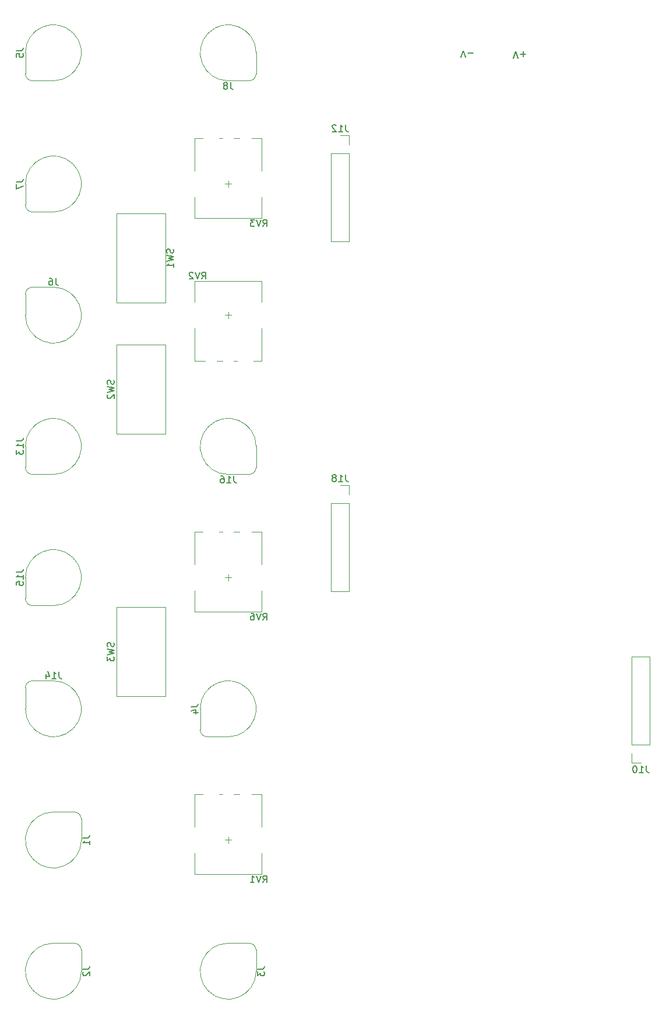
<source format=gbo>
%TF.GenerationSoftware,KiCad,Pcbnew,(6.0.6-0)*%
%TF.CreationDate,2022-09-03T02:13:53+01:00*%
%TF.ProjectId,serge-r5-triple-wave-shaper,73657267-652d-4723-952d-747269706c65,rev?*%
%TF.SameCoordinates,Original*%
%TF.FileFunction,Legend,Bot*%
%TF.FilePolarity,Positive*%
%FSLAX46Y46*%
G04 Gerber Fmt 4.6, Leading zero omitted, Abs format (unit mm)*
G04 Created by KiCad (PCBNEW (6.0.6-0)) date 2022-09-03 02:13:53*
%MOMM*%
%LPD*%
G01*
G04 APERTURE LIST*
%ADD10C,0.150000*%
%ADD11C,0.120000*%
G04 APERTURE END LIST*
D10*
%TO.C,J19*%
X96075619Y-40679619D02*
X96408952Y-39679619D01*
X96742285Y-40679619D01*
X97075619Y-40060571D02*
X97837523Y-40060571D01*
X103695619Y-40806619D02*
X104028952Y-39806619D01*
X104362285Y-40806619D01*
X104695619Y-40187571D02*
X105457523Y-40187571D01*
X105076571Y-39806619D02*
X105076571Y-40568523D01*
%TO.C,J6*%
X37163333Y-72731380D02*
X37163333Y-73445666D01*
X37210952Y-73588523D01*
X37306190Y-73683761D01*
X37449047Y-73731380D01*
X37544285Y-73731380D01*
X36258571Y-72731380D02*
X36449047Y-72731380D01*
X36544285Y-72779000D01*
X36591904Y-72826619D01*
X36687142Y-72969476D01*
X36734761Y-73159952D01*
X36734761Y-73540904D01*
X36687142Y-73636142D01*
X36639523Y-73683761D01*
X36544285Y-73731380D01*
X36353809Y-73731380D01*
X36258571Y-73683761D01*
X36210952Y-73636142D01*
X36163333Y-73540904D01*
X36163333Y-73302809D01*
X36210952Y-73207571D01*
X36258571Y-73159952D01*
X36353809Y-73112333D01*
X36544285Y-73112333D01*
X36639523Y-73159952D01*
X36687142Y-73207571D01*
X36734761Y-73302809D01*
%TO.C,J12*%
X79295523Y-50462380D02*
X79295523Y-51176666D01*
X79343142Y-51319523D01*
X79438380Y-51414761D01*
X79581238Y-51462380D01*
X79676476Y-51462380D01*
X78295523Y-51462380D02*
X78866952Y-51462380D01*
X78581238Y-51462380D02*
X78581238Y-50462380D01*
X78676476Y-50605238D01*
X78771714Y-50700476D01*
X78866952Y-50748095D01*
X77914571Y-50557619D02*
X77866952Y-50510000D01*
X77771714Y-50462380D01*
X77533619Y-50462380D01*
X77438380Y-50510000D01*
X77390761Y-50557619D01*
X77343142Y-50652857D01*
X77343142Y-50748095D01*
X77390761Y-50890952D01*
X77962190Y-51462380D01*
X77343142Y-51462380D01*
%TO.C,J18*%
X79295523Y-101262380D02*
X79295523Y-101976666D01*
X79343142Y-102119523D01*
X79438380Y-102214761D01*
X79581238Y-102262380D01*
X79676476Y-102262380D01*
X78295523Y-102262380D02*
X78866952Y-102262380D01*
X78581238Y-102262380D02*
X78581238Y-101262380D01*
X78676476Y-101405238D01*
X78771714Y-101500476D01*
X78866952Y-101548095D01*
X77724095Y-101690952D02*
X77819333Y-101643333D01*
X77866952Y-101595714D01*
X77914571Y-101500476D01*
X77914571Y-101452857D01*
X77866952Y-101357619D01*
X77819333Y-101310000D01*
X77724095Y-101262380D01*
X77533619Y-101262380D01*
X77438380Y-101310000D01*
X77390761Y-101357619D01*
X77343142Y-101452857D01*
X77343142Y-101500476D01*
X77390761Y-101595714D01*
X77438380Y-101643333D01*
X77533619Y-101690952D01*
X77724095Y-101690952D01*
X77819333Y-101738571D01*
X77866952Y-101786190D01*
X77914571Y-101881428D01*
X77914571Y-102071904D01*
X77866952Y-102167142D01*
X77819333Y-102214761D01*
X77724095Y-102262380D01*
X77533619Y-102262380D01*
X77438380Y-102214761D01*
X77390761Y-102167142D01*
X77343142Y-102071904D01*
X77343142Y-101881428D01*
X77390761Y-101786190D01*
X77438380Y-101738571D01*
X77533619Y-101690952D01*
%TO.C,RV6*%
X67270238Y-122372380D02*
X67603571Y-121896190D01*
X67841666Y-122372380D02*
X67841666Y-121372380D01*
X67460714Y-121372380D01*
X67365476Y-121420000D01*
X67317857Y-121467619D01*
X67270238Y-121562857D01*
X67270238Y-121705714D01*
X67317857Y-121800952D01*
X67365476Y-121848571D01*
X67460714Y-121896190D01*
X67841666Y-121896190D01*
X66984523Y-121372380D02*
X66651190Y-122372380D01*
X66317857Y-121372380D01*
X65555952Y-121372380D02*
X65746428Y-121372380D01*
X65841666Y-121420000D01*
X65889285Y-121467619D01*
X65984523Y-121610476D01*
X66032142Y-121800952D01*
X66032142Y-122181904D01*
X65984523Y-122277142D01*
X65936904Y-122324761D01*
X65841666Y-122372380D01*
X65651190Y-122372380D01*
X65555952Y-122324761D01*
X65508333Y-122277142D01*
X65460714Y-122181904D01*
X65460714Y-121943809D01*
X65508333Y-121848571D01*
X65555952Y-121800952D01*
X65651190Y-121753333D01*
X65841666Y-121753333D01*
X65936904Y-121800952D01*
X65984523Y-121848571D01*
X66032142Y-121943809D01*
%TO.C,J16*%
X63039523Y-101433380D02*
X63039523Y-102147666D01*
X63087142Y-102290523D01*
X63182380Y-102385761D01*
X63325238Y-102433380D01*
X63420476Y-102433380D01*
X62039523Y-102433380D02*
X62610952Y-102433380D01*
X62325238Y-102433380D02*
X62325238Y-101433380D01*
X62420476Y-101576238D01*
X62515714Y-101671476D01*
X62610952Y-101719095D01*
X61182380Y-101433380D02*
X61372857Y-101433380D01*
X61468095Y-101481000D01*
X61515714Y-101528619D01*
X61610952Y-101671476D01*
X61658571Y-101861952D01*
X61658571Y-102242904D01*
X61610952Y-102338142D01*
X61563333Y-102385761D01*
X61468095Y-102433380D01*
X61277619Y-102433380D01*
X61182380Y-102385761D01*
X61134761Y-102338142D01*
X61087142Y-102242904D01*
X61087142Y-102004809D01*
X61134761Y-101909571D01*
X61182380Y-101861952D01*
X61277619Y-101814333D01*
X61468095Y-101814333D01*
X61563333Y-101861952D01*
X61610952Y-101909571D01*
X61658571Y-102004809D01*
%TO.C,J3*%
X66508380Y-173021666D02*
X67222666Y-173021666D01*
X67365523Y-172974047D01*
X67460761Y-172878809D01*
X67508380Y-172735952D01*
X67508380Y-172640714D01*
X66508380Y-173402619D02*
X66508380Y-174021666D01*
X66889333Y-173688333D01*
X66889333Y-173831190D01*
X66936952Y-173926428D01*
X66984571Y-173974047D01*
X67079809Y-174021666D01*
X67317904Y-174021666D01*
X67413142Y-173974047D01*
X67460761Y-173926428D01*
X67508380Y-173831190D01*
X67508380Y-173545476D01*
X67460761Y-173450238D01*
X67413142Y-173402619D01*
%TO.C,SW2*%
X45616761Y-87541266D02*
X45664380Y-87684123D01*
X45664380Y-87922219D01*
X45616761Y-88017457D01*
X45569142Y-88065076D01*
X45473904Y-88112695D01*
X45378666Y-88112695D01*
X45283428Y-88065076D01*
X45235809Y-88017457D01*
X45188190Y-87922219D01*
X45140571Y-87731742D01*
X45092952Y-87636504D01*
X45045333Y-87588885D01*
X44950095Y-87541266D01*
X44854857Y-87541266D01*
X44759619Y-87588885D01*
X44712000Y-87636504D01*
X44664380Y-87731742D01*
X44664380Y-87969838D01*
X44712000Y-88112695D01*
X44664380Y-88446028D02*
X45664380Y-88684123D01*
X44950095Y-88874600D01*
X45664380Y-89065076D01*
X44664380Y-89303171D01*
X44759619Y-89636504D02*
X44712000Y-89684123D01*
X44664380Y-89779361D01*
X44664380Y-90017457D01*
X44712000Y-90112695D01*
X44759619Y-90160314D01*
X44854857Y-90207933D01*
X44950095Y-90207933D01*
X45092952Y-90160314D01*
X45664380Y-89588885D01*
X45664380Y-90207933D01*
%TO.C,SW3*%
X45616761Y-125641266D02*
X45664380Y-125784123D01*
X45664380Y-126022219D01*
X45616761Y-126117457D01*
X45569142Y-126165076D01*
X45473904Y-126212695D01*
X45378666Y-126212695D01*
X45283428Y-126165076D01*
X45235809Y-126117457D01*
X45188190Y-126022219D01*
X45140571Y-125831742D01*
X45092952Y-125736504D01*
X45045333Y-125688885D01*
X44950095Y-125641266D01*
X44854857Y-125641266D01*
X44759619Y-125688885D01*
X44712000Y-125736504D01*
X44664380Y-125831742D01*
X44664380Y-126069838D01*
X44712000Y-126212695D01*
X44664380Y-126546028D02*
X45664380Y-126784123D01*
X44950095Y-126974600D01*
X45664380Y-127165076D01*
X44664380Y-127403171D01*
X44664380Y-127688885D02*
X44664380Y-128307933D01*
X45045333Y-127974600D01*
X45045333Y-128117457D01*
X45092952Y-128212695D01*
X45140571Y-128260314D01*
X45235809Y-128307933D01*
X45473904Y-128307933D01*
X45569142Y-128260314D01*
X45616761Y-128212695D01*
X45664380Y-128117457D01*
X45664380Y-127831742D01*
X45616761Y-127736504D01*
X45569142Y-127688885D01*
%TO.C,J4*%
X56856380Y-134921666D02*
X57570666Y-134921666D01*
X57713523Y-134874047D01*
X57808761Y-134778809D01*
X57856380Y-134635952D01*
X57856380Y-134540714D01*
X57189714Y-135826428D02*
X57856380Y-135826428D01*
X56808761Y-135588333D02*
X57523047Y-135350238D01*
X57523047Y-135969285D01*
%TO.C,J15*%
X31456380Y-115395476D02*
X32170666Y-115395476D01*
X32313523Y-115347857D01*
X32408761Y-115252619D01*
X32456380Y-115109761D01*
X32456380Y-115014523D01*
X32456380Y-116395476D02*
X32456380Y-115824047D01*
X32456380Y-116109761D02*
X31456380Y-116109761D01*
X31599238Y-116014523D01*
X31694476Y-115919285D01*
X31742095Y-115824047D01*
X31456380Y-117300238D02*
X31456380Y-116824047D01*
X31932571Y-116776428D01*
X31884952Y-116824047D01*
X31837333Y-116919285D01*
X31837333Y-117157380D01*
X31884952Y-117252619D01*
X31932571Y-117300238D01*
X32027809Y-117347857D01*
X32265904Y-117347857D01*
X32361142Y-117300238D01*
X32408761Y-117252619D01*
X32456380Y-117157380D01*
X32456380Y-116919285D01*
X32408761Y-116824047D01*
X32361142Y-116776428D01*
%TO.C,J1*%
X41108380Y-153971666D02*
X41822666Y-153971666D01*
X41965523Y-153924047D01*
X42060761Y-153828809D01*
X42108380Y-153685952D01*
X42108380Y-153590714D01*
X42108380Y-154971666D02*
X42108380Y-154400238D01*
X42108380Y-154685952D02*
X41108380Y-154685952D01*
X41251238Y-154590714D01*
X41346476Y-154495476D01*
X41394095Y-154400238D01*
%TO.C,J5*%
X31456380Y-39671666D02*
X32170666Y-39671666D01*
X32313523Y-39624047D01*
X32408761Y-39528809D01*
X32456380Y-39385952D01*
X32456380Y-39290714D01*
X31456380Y-40624047D02*
X31456380Y-40147857D01*
X31932571Y-40100238D01*
X31884952Y-40147857D01*
X31837333Y-40243095D01*
X31837333Y-40481190D01*
X31884952Y-40576428D01*
X31932571Y-40624047D01*
X32027809Y-40671666D01*
X32265904Y-40671666D01*
X32361142Y-40624047D01*
X32408761Y-40576428D01*
X32456380Y-40481190D01*
X32456380Y-40243095D01*
X32408761Y-40147857D01*
X32361142Y-40100238D01*
%TO.C,J13*%
X31456380Y-96345476D02*
X32170666Y-96345476D01*
X32313523Y-96297857D01*
X32408761Y-96202619D01*
X32456380Y-96059761D01*
X32456380Y-95964523D01*
X32456380Y-97345476D02*
X32456380Y-96774047D01*
X32456380Y-97059761D02*
X31456380Y-97059761D01*
X31599238Y-96964523D01*
X31694476Y-96869285D01*
X31742095Y-96774047D01*
X31456380Y-97678809D02*
X31456380Y-98297857D01*
X31837333Y-97964523D01*
X31837333Y-98107380D01*
X31884952Y-98202619D01*
X31932571Y-98250238D01*
X32027809Y-98297857D01*
X32265904Y-98297857D01*
X32361142Y-98250238D01*
X32408761Y-98202619D01*
X32456380Y-98107380D01*
X32456380Y-97821666D01*
X32408761Y-97726428D01*
X32361142Y-97678809D01*
%TO.C,J7*%
X31456380Y-58721666D02*
X32170666Y-58721666D01*
X32313523Y-58674047D01*
X32408761Y-58578809D01*
X32456380Y-58435952D01*
X32456380Y-58340714D01*
X31456380Y-59102619D02*
X31456380Y-59769285D01*
X32456380Y-59340714D01*
%TO.C,RV2*%
X58380238Y-72842380D02*
X58713571Y-72366190D01*
X58951666Y-72842380D02*
X58951666Y-71842380D01*
X58570714Y-71842380D01*
X58475476Y-71890000D01*
X58427857Y-71937619D01*
X58380238Y-72032857D01*
X58380238Y-72175714D01*
X58427857Y-72270952D01*
X58475476Y-72318571D01*
X58570714Y-72366190D01*
X58951666Y-72366190D01*
X58094523Y-71842380D02*
X57761190Y-72842380D01*
X57427857Y-71842380D01*
X57142142Y-71937619D02*
X57094523Y-71890000D01*
X56999285Y-71842380D01*
X56761190Y-71842380D01*
X56665952Y-71890000D01*
X56618333Y-71937619D01*
X56570714Y-72032857D01*
X56570714Y-72128095D01*
X56618333Y-72270952D01*
X57189761Y-72842380D01*
X56570714Y-72842380D01*
%TO.C,SW1*%
X54252761Y-68491266D02*
X54300380Y-68634123D01*
X54300380Y-68872219D01*
X54252761Y-68967457D01*
X54205142Y-69015076D01*
X54109904Y-69062695D01*
X54014666Y-69062695D01*
X53919428Y-69015076D01*
X53871809Y-68967457D01*
X53824190Y-68872219D01*
X53776571Y-68681742D01*
X53728952Y-68586504D01*
X53681333Y-68538885D01*
X53586095Y-68491266D01*
X53490857Y-68491266D01*
X53395619Y-68538885D01*
X53348000Y-68586504D01*
X53300380Y-68681742D01*
X53300380Y-68919838D01*
X53348000Y-69062695D01*
X53300380Y-69396028D02*
X54300380Y-69634123D01*
X53586095Y-69824600D01*
X54300380Y-70015076D01*
X53300380Y-70253171D01*
X54300380Y-71157933D02*
X54300380Y-70586504D01*
X54300380Y-70872219D02*
X53300380Y-70872219D01*
X53443238Y-70776980D01*
X53538476Y-70681742D01*
X53586095Y-70586504D01*
%TO.C,J14*%
X37639523Y-129881380D02*
X37639523Y-130595666D01*
X37687142Y-130738523D01*
X37782380Y-130833761D01*
X37925238Y-130881380D01*
X38020476Y-130881380D01*
X36639523Y-130881380D02*
X37210952Y-130881380D01*
X36925238Y-130881380D02*
X36925238Y-129881380D01*
X37020476Y-130024238D01*
X37115714Y-130119476D01*
X37210952Y-130167095D01*
X35782380Y-130214714D02*
X35782380Y-130881380D01*
X36020476Y-129833761D02*
X36258571Y-130548047D01*
X35639523Y-130548047D01*
%TO.C,J8*%
X62563333Y-44283380D02*
X62563333Y-44997666D01*
X62610952Y-45140523D01*
X62706190Y-45235761D01*
X62849047Y-45283380D01*
X62944285Y-45283380D01*
X61944285Y-44711952D02*
X62039523Y-44664333D01*
X62087142Y-44616714D01*
X62134761Y-44521476D01*
X62134761Y-44473857D01*
X62087142Y-44378619D01*
X62039523Y-44331000D01*
X61944285Y-44283380D01*
X61753809Y-44283380D01*
X61658571Y-44331000D01*
X61610952Y-44378619D01*
X61563333Y-44473857D01*
X61563333Y-44521476D01*
X61610952Y-44616714D01*
X61658571Y-44664333D01*
X61753809Y-44711952D01*
X61944285Y-44711952D01*
X62039523Y-44759571D01*
X62087142Y-44807190D01*
X62134761Y-44902428D01*
X62134761Y-45092904D01*
X62087142Y-45188142D01*
X62039523Y-45235761D01*
X61944285Y-45283380D01*
X61753809Y-45283380D01*
X61658571Y-45235761D01*
X61610952Y-45188142D01*
X61563333Y-45092904D01*
X61563333Y-44902428D01*
X61610952Y-44807190D01*
X61658571Y-44759571D01*
X61753809Y-44711952D01*
%TO.C,RV1*%
X67270238Y-160472380D02*
X67603571Y-159996190D01*
X67841666Y-160472380D02*
X67841666Y-159472380D01*
X67460714Y-159472380D01*
X67365476Y-159520000D01*
X67317857Y-159567619D01*
X67270238Y-159662857D01*
X67270238Y-159805714D01*
X67317857Y-159900952D01*
X67365476Y-159948571D01*
X67460714Y-159996190D01*
X67841666Y-159996190D01*
X66984523Y-159472380D02*
X66651190Y-160472380D01*
X66317857Y-159472380D01*
X65460714Y-160472380D02*
X66032142Y-160472380D01*
X65746428Y-160472380D02*
X65746428Y-159472380D01*
X65841666Y-159615238D01*
X65936904Y-159710476D01*
X66032142Y-159758095D01*
%TO.C,RV3*%
X67270238Y-65222380D02*
X67603571Y-64746190D01*
X67841666Y-65222380D02*
X67841666Y-64222380D01*
X67460714Y-64222380D01*
X67365476Y-64270000D01*
X67317857Y-64317619D01*
X67270238Y-64412857D01*
X67270238Y-64555714D01*
X67317857Y-64650952D01*
X67365476Y-64698571D01*
X67460714Y-64746190D01*
X67841666Y-64746190D01*
X66984523Y-64222380D02*
X66651190Y-65222380D01*
X66317857Y-64222380D01*
X66079761Y-64222380D02*
X65460714Y-64222380D01*
X65794047Y-64603333D01*
X65651190Y-64603333D01*
X65555952Y-64650952D01*
X65508333Y-64698571D01*
X65460714Y-64793809D01*
X65460714Y-65031904D01*
X65508333Y-65127142D01*
X65555952Y-65174761D01*
X65651190Y-65222380D01*
X65936904Y-65222380D01*
X66032142Y-65174761D01*
X66079761Y-65127142D01*
%TO.C,J2*%
X41108380Y-173021666D02*
X41822666Y-173021666D01*
X41965523Y-172974047D01*
X42060761Y-172878809D01*
X42108380Y-172735952D01*
X42108380Y-172640714D01*
X41203619Y-173450238D02*
X41156000Y-173497857D01*
X41108380Y-173593095D01*
X41108380Y-173831190D01*
X41156000Y-173926428D01*
X41203619Y-173974047D01*
X41298857Y-174021666D01*
X41394095Y-174021666D01*
X41536952Y-173974047D01*
X42108380Y-173402619D01*
X42108380Y-174021666D01*
%TO.C,J10*%
X122983523Y-143514380D02*
X122983523Y-144228666D01*
X123031142Y-144371523D01*
X123126380Y-144466761D01*
X123269238Y-144514380D01*
X123364476Y-144514380D01*
X121983523Y-144514380D02*
X122554952Y-144514380D01*
X122269238Y-144514380D02*
X122269238Y-143514380D01*
X122364476Y-143657238D01*
X122459714Y-143752476D01*
X122554952Y-143800095D01*
X121364476Y-143514380D02*
X121269238Y-143514380D01*
X121174000Y-143562000D01*
X121126380Y-143609619D01*
X121078761Y-143704857D01*
X121031142Y-143895333D01*
X121031142Y-144133428D01*
X121078761Y-144323904D01*
X121126380Y-144419142D01*
X121174000Y-144466761D01*
X121269238Y-144514380D01*
X121364476Y-144514380D01*
X121459714Y-144466761D01*
X121507333Y-144419142D01*
X121554952Y-144323904D01*
X121602571Y-144133428D01*
X121602571Y-143895333D01*
X121554952Y-143704857D01*
X121507333Y-143609619D01*
X121459714Y-143562000D01*
X121364476Y-143514380D01*
D11*
%TO.C,J6*%
X36830000Y-74041000D02*
X33782000Y-74041000D01*
X32766000Y-75057000D02*
X32766000Y-78105000D01*
X32766000Y-78105000D02*
G75*
G03*
X36830000Y-74041000I4064000J0D01*
G01*
X33782000Y-74041000D02*
G75*
G03*
X32766000Y-75057000I0J-1016000D01*
G01*
%TO.C,J12*%
X79816000Y-67370000D02*
X77156000Y-67370000D01*
X79816000Y-54610000D02*
X77156000Y-54610000D01*
X77156000Y-54610000D02*
X77156000Y-67370000D01*
X79816000Y-52010000D02*
X78486000Y-52010000D01*
X79816000Y-53340000D02*
X79816000Y-52010000D01*
X79816000Y-54610000D02*
X79816000Y-67370000D01*
%TO.C,J18*%
X79816000Y-118170000D02*
X77156000Y-118170000D01*
X77156000Y-105410000D02*
X77156000Y-118170000D01*
X79816000Y-104140000D02*
X79816000Y-102810000D01*
X79816000Y-105410000D02*
X79816000Y-118170000D01*
X79816000Y-105410000D02*
X77156000Y-105410000D01*
X79816000Y-102810000D02*
X78486000Y-102810000D01*
%TO.C,RV6*%
X63890000Y-109585000D02*
X63060000Y-109585000D01*
X57350000Y-109585000D02*
X57350000Y-114305000D01*
X67100000Y-121175000D02*
X57360000Y-121175000D01*
X67100000Y-109585000D02*
X67100000Y-114305000D01*
X61440000Y-109585000D02*
X60910000Y-109585000D01*
X67100000Y-109585000D02*
X65610000Y-109585000D01*
X58540000Y-109585000D02*
X57360000Y-109585000D01*
X57360000Y-118115000D02*
X57360000Y-121175000D01*
X61730000Y-116205000D02*
X62730000Y-116205000D01*
X62230000Y-116705000D02*
X62230000Y-115705000D01*
X67100000Y-118115000D02*
X67100000Y-121175000D01*
%TO.C,J16*%
X62230000Y-101219000D02*
X65278000Y-101219000D01*
X66294000Y-100203000D02*
X66294000Y-97155000D01*
X65278000Y-101219000D02*
G75*
G03*
X66294000Y-100203000I0J1016000D01*
G01*
X66294000Y-97155000D02*
G75*
G03*
X62230000Y-101219000I-4064000J0D01*
G01*
%TO.C,J3*%
X65278000Y-169291000D02*
X62230000Y-169291000D01*
X66294000Y-173355000D02*
X66294000Y-170307000D01*
X62230000Y-169291000D02*
G75*
G03*
X66294000Y-173355000I0J-4064000D01*
G01*
X66294000Y-170307000D02*
G75*
G03*
X65278000Y-169291000I-1016000J0D01*
G01*
%TO.C,SW2*%
X45974000Y-95351600D02*
X53086000Y-95351600D01*
X53086000Y-95351600D02*
X53086000Y-82397600D01*
X53086000Y-82397600D02*
X45974000Y-82397600D01*
X45974000Y-82397600D02*
X45974000Y-95351600D01*
%TO.C,SW3*%
X45974000Y-120497600D02*
X45974000Y-133451600D01*
X45974000Y-133451600D02*
X53086000Y-133451600D01*
X53086000Y-120497600D02*
X45974000Y-120497600D01*
X53086000Y-133451600D02*
X53086000Y-120497600D01*
%TO.C,J4*%
X59182000Y-139319000D02*
X62230000Y-139319000D01*
X58166000Y-135255000D02*
X58166000Y-138303000D01*
X58166000Y-138303000D02*
G75*
G03*
X59182000Y-139319000I1016000J0D01*
G01*
X62230000Y-139319000D02*
G75*
G03*
X58166000Y-135255000I0J4064000D01*
G01*
%TO.C,J15*%
X32766000Y-116205000D02*
X32766000Y-119253000D01*
X33782000Y-120269000D02*
X36830000Y-120269000D01*
X36830000Y-120269000D02*
G75*
G03*
X32766000Y-116205000I0J4064000D01*
G01*
X32766000Y-119253000D02*
G75*
G03*
X33782000Y-120269000I1016000J0D01*
G01*
%TO.C,J1*%
X39878000Y-150241000D02*
X36830000Y-150241000D01*
X40894000Y-154305000D02*
X40894000Y-151257000D01*
X36830000Y-150241000D02*
G75*
G03*
X40894000Y-154305000I0J-4064000D01*
G01*
X40894000Y-151257000D02*
G75*
G03*
X39878000Y-150241000I-1016000J0D01*
G01*
%TO.C,J5*%
X32766000Y-40005000D02*
X32766000Y-43053000D01*
X33782000Y-44069000D02*
X36830000Y-44069000D01*
X32766000Y-43053000D02*
G75*
G03*
X33782000Y-44069000I1016000J0D01*
G01*
X36830000Y-44069000D02*
G75*
G03*
X32766000Y-40005000I0J4064000D01*
G01*
%TO.C,J13*%
X32766000Y-97155000D02*
X32766000Y-100203000D01*
X33782000Y-101219000D02*
X36830000Y-101219000D01*
X32766000Y-100203000D02*
G75*
G03*
X33782000Y-101219000I1016000J0D01*
G01*
X36830000Y-101219000D02*
G75*
G03*
X32766000Y-97155000I0J4064000D01*
G01*
%TO.C,J7*%
X33782000Y-63119000D02*
X36830000Y-63119000D01*
X32766000Y-59055000D02*
X32766000Y-62103000D01*
X32766000Y-62103000D02*
G75*
G03*
X33782000Y-63119000I1016000J0D01*
G01*
X36830000Y-63119000D02*
G75*
G03*
X32766000Y-59055000I0J4064000D01*
G01*
%TO.C,RV2*%
X60570000Y-84725000D02*
X61400000Y-84725000D01*
X63020000Y-84725000D02*
X63550000Y-84725000D01*
X57360000Y-76195000D02*
X57360000Y-73135000D01*
X62730000Y-78105000D02*
X61730000Y-78105000D01*
X65920000Y-84725000D02*
X67100000Y-84725000D01*
X67110000Y-84725000D02*
X67110000Y-80005000D01*
X67100000Y-76195000D02*
X67100000Y-73135000D01*
X57360000Y-84725000D02*
X57360000Y-80005000D01*
X57360000Y-73135000D02*
X67100000Y-73135000D01*
X62230000Y-77605000D02*
X62230000Y-78605000D01*
X57360000Y-84725000D02*
X58850000Y-84725000D01*
%TO.C,SW1*%
X53086000Y-63347600D02*
X45974000Y-63347600D01*
X45974000Y-63347600D02*
X45974000Y-76301600D01*
X53086000Y-76301600D02*
X53086000Y-63347600D01*
X45974000Y-76301600D02*
X53086000Y-76301600D01*
%TO.C,J14*%
X32766000Y-132207000D02*
X32766000Y-135255000D01*
X36830000Y-131191000D02*
X33782000Y-131191000D01*
X32766000Y-135255000D02*
G75*
G03*
X36830000Y-131191000I4064000J0D01*
G01*
X33782000Y-131191000D02*
G75*
G03*
X32766000Y-132207000I0J-1016000D01*
G01*
%TO.C,J8*%
X66294000Y-43053000D02*
X66294000Y-40005000D01*
X62230000Y-44069000D02*
X65278000Y-44069000D01*
X65278000Y-44069000D02*
G75*
G03*
X66294000Y-43053000I0J1016000D01*
G01*
X66294000Y-40005000D02*
G75*
G03*
X62230000Y-44069000I-4064000J0D01*
G01*
%TO.C,RV1*%
X67100000Y-156215000D02*
X67100000Y-159275000D01*
X62230000Y-154805000D02*
X62230000Y-153805000D01*
X67100000Y-147685000D02*
X65610000Y-147685000D01*
X63890000Y-147685000D02*
X63060000Y-147685000D01*
X67100000Y-159275000D02*
X57360000Y-159275000D01*
X57350000Y-147685000D02*
X57350000Y-152405000D01*
X57360000Y-156215000D02*
X57360000Y-159275000D01*
X61730000Y-154305000D02*
X62730000Y-154305000D01*
X61440000Y-147685000D02*
X60910000Y-147685000D01*
X67100000Y-147685000D02*
X67100000Y-152405000D01*
X58540000Y-147685000D02*
X57360000Y-147685000D01*
%TO.C,RV3*%
X57360000Y-60965000D02*
X57360000Y-64025000D01*
X61730000Y-59055000D02*
X62730000Y-59055000D01*
X58540000Y-52435000D02*
X57360000Y-52435000D01*
X67100000Y-60965000D02*
X67100000Y-64025000D01*
X57350000Y-52435000D02*
X57350000Y-57155000D01*
X61440000Y-52435000D02*
X60910000Y-52435000D01*
X67100000Y-64025000D02*
X57360000Y-64025000D01*
X67100000Y-52435000D02*
X65610000Y-52435000D01*
X67100000Y-52435000D02*
X67100000Y-57155000D01*
X62230000Y-59555000D02*
X62230000Y-58555000D01*
X63890000Y-52435000D02*
X63060000Y-52435000D01*
%TO.C,J2*%
X40894000Y-173355000D02*
X40894000Y-170307000D01*
X39878000Y-169291000D02*
X36830000Y-169291000D01*
X40894000Y-170307000D02*
G75*
G03*
X39878000Y-169291000I-1016000J0D01*
G01*
X36830000Y-169291000D02*
G75*
G03*
X40894000Y-173355000I0J-4064000D01*
G01*
%TO.C,J10*%
X120844000Y-140462000D02*
X123504000Y-140462000D01*
X120844000Y-143062000D02*
X122174000Y-143062000D01*
X120844000Y-141732000D02*
X120844000Y-143062000D01*
X120844000Y-127702000D02*
X123504000Y-127702000D01*
X123504000Y-140462000D02*
X123504000Y-127702000D01*
X120844000Y-140462000D02*
X120844000Y-127702000D01*
%TD*%
M02*

</source>
